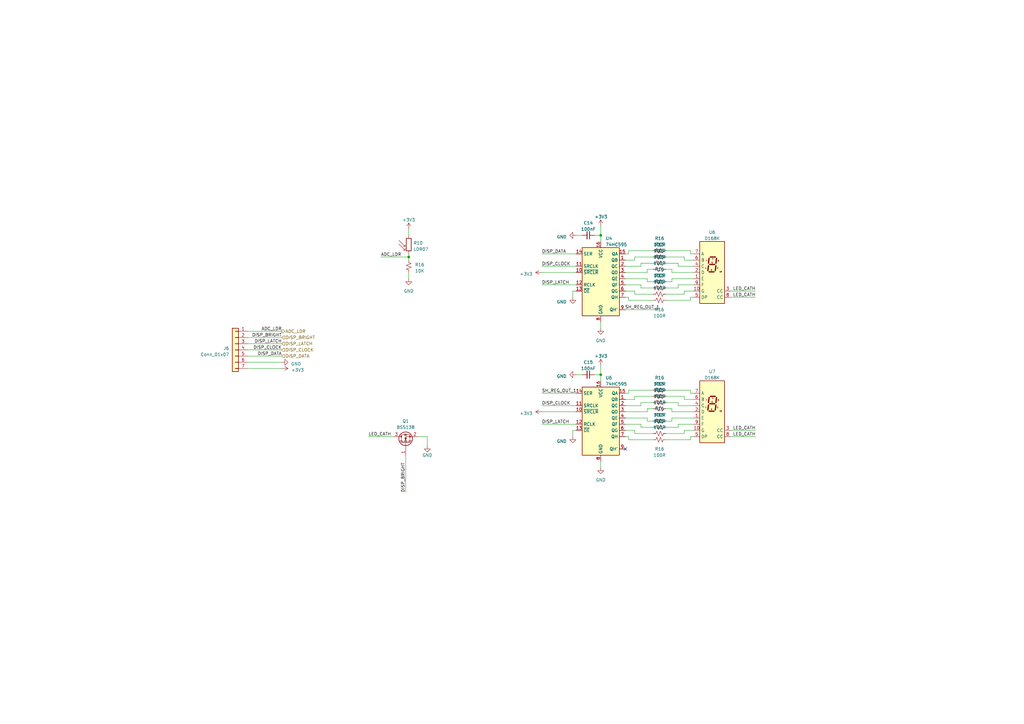
<source format=kicad_sch>
(kicad_sch (version 20230121) (generator eeschema)
  (paper "A3")
  (title_block (title "ESP32 Leanometer") (date "2023-04-10") (rev "R1.0") (company "github.com/theloukou/Leanometer") (comment 1 "Lefteris Kantakos"))
  (lib_symbols
    (symbol "74xx:74HC595"
      (property "Reference" "U" (at -7.62 13.97 0))
      (property "Value" "74HC595" (at -7.62 -16.51 0))
      (symbol "74HC595_1_0"
        (pin tri_state line (at 10.16 7.62 180) (length 2.54) (name "QB") (number "1"))
        (pin input line (at -10.16 2.54 0) (length 2.54) (name "~{SRCLR}") (number "10"))
        (pin input line (at -10.16 5.08 0) (length 2.54) (name "SRCLK") (number "11"))
        (pin input line (at -10.16 -2.54 0) (length 2.54) (name "RCLK") (number "12"))
        (pin input line (at -10.16 -5.08 0) (length 2.54) (name "~{OE}") (number "13"))
        (pin input line (at -10.16 10.16 0) (length 2.54) (name "SER") (number "14"))
        (pin tri_state line (at 10.16 10.16 180) (length 2.54) (name "QA") (number "15"))
        (pin power_in line (at 0 15.24 270) (length 2.54) (name "VCC") (number "16"))
        (pin tri_state line (at 10.16 5.08 180) (length 2.54) (name "QC") (number "2"))
        (pin tri_state line (at 10.16 2.54 180) (length 2.54) (name "QD") (number "3"))
        (pin tri_state line (at 10.16 0 180) (length 2.54) (name "QE") (number "4"))
        (pin tri_state line (at 10.16 -2.54 180) (length 2.54) (name "QF") (number "5"))
        (pin tri_state line (at 10.16 -5.08 180) (length 2.54) (name "QG") (number "6"))
        (pin tri_state line (at 10.16 -7.62 180) (length 2.54) (name "QH") (number "7"))
        (pin power_in line (at 0 -17.78 90) (length 2.54) (name "GND") (number "8"))
        (pin output line (at 10.16 -12.7 180) (length 2.54) (name "QH'") (number "9"))
      )
      (symbol "74HC595_1_1"
        (rectangle (start -7.62 12.7) (end 7.62 -15.24) (stroke (width 0.254)) (fill (type background)))
      )
    )
    (symbol "Connector_Generic:Conn_01x07" (pin_names (offset 1.016) hide)
      (property "Reference" "J" (at 0 10.16 0))
      (property "Value" "Conn_01x07" (at 0 -10.16 0))
      (symbol "Conn_01x07_1_1"
        (rectangle (start -1.27 -7.493) (end 0 -7.747) (stroke (width 0.1524)))
        (rectangle (start -1.27 -4.953) (end 0 -5.207) (stroke (width 0.1524)))
        (rectangle (start -1.27 -2.413) (end 0 -2.667) (stroke (width 0.1524)))
        (rectangle (start -1.27 0.127) (end 0 -0.127) (stroke (width 0.1524)))
        (rectangle (start -1.27 2.667) (end 0 2.413) (stroke (width 0.1524)))
        (rectangle (start -1.27 5.207) (end 0 4.953) (stroke (width 0.1524)))
        (rectangle (start -1.27 7.747) (end 0 7.493) (stroke (width 0.1524)))
        (rectangle (start -1.27 8.89) (end 1.27 -8.89) (stroke (width 0.254)) (fill (type background)))
        (pin passive line (at -5.08 7.62 0) (length 3.81) (name "Pin_1") (number "1"))
        (pin passive line (at -5.08 5.08 0) (length 3.81) (name "Pin_2") (number "2"))
        (pin passive line (at -5.08 2.54 0) (length 3.81) (name "Pin_3") (number "3"))
        (pin passive line (at -5.08 0 0) (length 3.81) (name "Pin_4") (number "4"))
        (pin passive line (at -5.08 -2.54 0) (length 3.81) (name "Pin_5") (number "5"))
        (pin passive line (at -5.08 -5.08 0) (length 3.81) (name "Pin_6") (number "6"))
        (pin passive line (at -5.08 -7.62 0) (length 3.81) (name "Pin_7") (number "7"))
      )
    )
    (symbol "Device:C_Small" (pin_numbers hide) (pin_names (offset 0.254) hide)
      (property "Reference" "C" (at 0.254 1.778 0))
      (property "Value" "C_Small" (at 0.254 -2.032 0))
      (symbol "C_Small_0_1"
        (polyline (pts (xy -1.524 -0.508) (xy 1.524 -0.508)) (stroke (width 0.3302)))
        (polyline (pts (xy -1.524 0.508) (xy 1.524 0.508)) (stroke (width 0.3048)))
      )
      (symbol "C_Small_1_1"
        (pin passive line (at 0 2.54 270) (length 2.032) (name "~") (number "1"))
        (pin passive line (at 0 -2.54 90) (length 2.032) (name "~") (number "2"))
      )
    )
    (symbol "Device:R_Small_US" (pin_numbers hide) (pin_names (offset 0.254) hide)
      (property "Reference" "R" (at 0.762 0.508 0))
      (property "Value" "R_Small_US" (at 0.762 -1.016 0))
      (symbol "R_Small_US_1_1"
        (polyline (pts (xy 0 0) (xy 1.016 -0.381) (xy 0 -0.762) (xy -1.016 -1.143) (xy 0 -1.524)))
        (polyline (pts (xy 0 1.524) (xy 1.016 1.143) (xy 0 0.762) (xy -1.016 0.381) (xy 0 0)))
        (pin passive line (at 0 2.54 270) (length 1.016) (name "~") (number "1"))
        (pin passive line (at 0 -2.54 90) (length 1.016) (name "~") (number "2"))
      )
    )
    (symbol "Display_Character:D168K"
      (property "Reference" "U" (at -2.54 13.97 0))
      (property "Value" "D168K" (at 1.27 13.97 0))
      (symbol "D168K_0_0"
        (text "A" (at 0.254 5.588 0) (effects (font (size 0.508 0.508))))
        (text "B" (at 2.54 4.826 0) (effects (font (size 0.508 0.508))))
        (text "C" (at 2.286 1.778 0) (effects (font (size 0.508 0.508))))
        (text "D" (at -0.254 1.016 0) (effects (font (size 0.508 0.508))))
        (text "DP" (at 3.556 0.254 0) (effects (font (size 0.508 0.508))))
        (text "E" (at -2.54 1.778 0) (effects (font (size 0.508 0.508))))
        (text "F" (at -2.286 4.826 0) (effects (font (size 0.508 0.508))))
        (text "G" (at 0 4.064 0) (effects (font (size 0.508 0.508))))
      )
      (symbol "D168K_0_1"
        (rectangle (start -5.08 12.7) (end 5.08 -12.7) (stroke (width 0.254)) (fill (type background)))
        (polyline (pts (xy -1.524 2.794) (xy -1.778 0.762)) (stroke (width 0.508)))
        (polyline (pts (xy -1.27 0.254) (xy 0.762 0.254)) (stroke (width 0.508)))
        (polyline (pts (xy -1.27 5.842) (xy -1.524 3.81)) (stroke (width 0.508)))
        (polyline (pts (xy -1.016 3.302) (xy 1.016 3.302)) (stroke (width 0.508)))
        (polyline (pts (xy -0.762 6.35) (xy 1.27 6.35)) (stroke (width 0.508)))
        (polyline (pts (xy 1.524 2.794) (xy 1.27 0.762)) (stroke (width 0.508)))
        (polyline (pts (xy 1.778 5.842) (xy 1.524 3.81)) (stroke (width 0.508)))
        (polyline (pts (xy 2.54 0.254) (xy 2.54 0.254)) (stroke (width 0.508)))
      )
      (symbol "D168K_1_1"
        (pin input line (at -7.62 -2.54 0) (length 2.54) (name "E") (number "1"))
        (pin input line (at -7.62 -7.62 0) (length 2.54) (name "G") (number "10"))
        (pin input line (at -7.62 0 0) (length 2.54) (name "D") (number "2"))
        (pin input line (at 7.62 -7.62 180) (length 2.54) (name "CC") (number "3"))
        (pin input line (at -7.62 2.54 0) (length 2.54) (name "C") (number "4"))
        (pin input line (at -7.62 -10.16 0) (length 2.54) (name "DP") (number "5"))
        (pin input line (at -7.62 5.08 0) (length 2.54) (name "B") (number "6"))
        (pin input line (at -7.62 7.62 0) (length 2.54) (name "A") (number "7"))
        (pin input line (at 7.62 -10.16 180) (length 2.54) (name "CC") (number "8"))
        (pin input line (at -7.62 -5.08 0) (length 2.54) (name "F") (number "9"))
      )
    )
    (symbol "Sensor_Optical:LDR07" (pin_numbers hide) (pin_names (offset 0))
      (property "Reference" "R" (at -5.08 0 90))
      (property "Value" "LDR07" (at 1.905 0 90))
      (symbol "LDR07_0_1"
        (rectangle (start -1.016 2.54) (end 1.016 -2.54) (stroke (width 0.254)))
        (polyline (pts (xy -1.524 -2.286) (xy -4.064 0.254)))
        (polyline (pts (xy -1.524 -2.286) (xy -2.286 -2.286)))
        (polyline (pts (xy -1.524 -2.286) (xy -1.524 -1.524)))
        (polyline (pts (xy -1.524 -0.762) (xy -4.064 1.778)))
        (polyline (pts (xy -1.524 -0.762) (xy -2.286 -0.762)))
        (polyline (pts (xy -1.524 -0.762) (xy -1.524 0)))
      )
      (symbol "LDR07_1_1"
        (pin passive line (at 0 3.81 270) (length 1.27) (name "~") (number "1"))
        (pin passive line (at 0 -3.81 90) (length 1.27) (name "~") (number "2"))
      )
    )
    (symbol "Transistor_FET:BSS138" (pin_names hide)
      (property "Reference" "Q" (at 5.08 1.905 0))
      (property "Value" "BSS138" (at 5.08 0 0))
      (symbol "BSS138_0_1"
        (polyline (pts (xy 0.254 0) (xy -2.54 0)))
        (polyline (pts (xy 0.254 1.905) (xy 0.254 -1.905)) (stroke (width 0.254)))
        (polyline (pts (xy 0.762 -1.27) (xy 0.762 -2.286)) (stroke (width 0.254)))
        (polyline (pts (xy 0.762 0.508) (xy 0.762 -0.508)) (stroke (width 0.254)))
        (polyline (pts (xy 0.762 2.286) (xy 0.762 1.27)) (stroke (width 0.254)))
        (polyline (pts (xy 2.54 2.54) (xy 2.54 1.778)))
        (polyline (pts (xy 2.54 -2.54) (xy 2.54 0) (xy 0.762 0)))
        (polyline (pts (xy 0.762 -1.778) (xy 3.302 -1.778) (xy 3.302 1.778) (xy 0.762 1.778)))
        (polyline (pts (xy 1.016 0) (xy 2.032 0.381) (xy 2.032 -0.381) (xy 1.016 0)) (fill (type outline)))
        (polyline (pts (xy 2.794 0.508) (xy 2.921 0.381) (xy 3.683 0.381) (xy 3.81 0.254)))
        (polyline (pts (xy 3.302 0.381) (xy 2.921 -0.254) (xy 3.683 -0.254) (xy 3.302 0.381)))
        (circle (center 1.651 0) (radius 2.794) (stroke (width 0.254)))
        (circle (center 2.54 -1.778) (radius 0.254) (fill (type outline)))
        (circle (center 2.54 1.778) (radius 0.254) (fill (type outline)))
      )
      (symbol "BSS138_1_1"
        (pin input line (at -5.08 0 0) (length 2.54) (name "G") (number "1"))
        (pin passive line (at 2.54 -5.08 90) (length 2.54) (name "S") (number "2"))
        (pin passive line (at 2.54 5.08 270) (length 2.54) (name "D") (number "3"))
      )
    )
    (symbol "power:+3V3" (power) (pin_names (offset 0))
      (property "Value" "+3V3" (at 0 3.556 0))
      (symbol "+3V3_0_1"
        (polyline (pts (xy -0.762 1.27) (xy 0 2.54)))
        (polyline (pts (xy 0 0) (xy 0 2.54)))
        (polyline (pts (xy 0 2.54) (xy 0.762 1.27)))
      )
      (symbol "+3V3_1_1"
        (pin power_in line (at 0 0 90) (length 0) hide (name "+3V3") (number "1"))
      )
    )
    (symbol "power:GND" (power) (pin_names (offset 0))
      (property "Value" "GND" (at 0 -3.81 0))
      (symbol "GND_0_1"
        (polyline (pts (xy 0 0) (xy 0 -1.27) (xy 1.27 -1.27) (xy 0 -2.54) (xy -1.27 -1.27) (xy 0 -1.27)))
      )
      (symbol "GND_1_1"
        (pin power_in line (at 0 0 270) (length 0) hide (name "GND") (number "1"))
      )
    )
  )
  (junction (at 167.64 105.41))
  (junction (at 246.38 153.67))
  (junction (at 246.38 96.52))
  (no_connect (at 256.54 184.15))
  (wire (pts (xy 260.35 177.8) (xy 267.97 177.8)))
  (wire (pts (xy 275.59 111.76) (xy 284.48 111.76)))
  (wire (pts (xy 273.05 120.65) (xy 280.67 120.65)))
  (wire (pts (xy 156.21 105.41) (xy 167.64 105.41)))
  (wire (pts (xy 275.59 110.49) (xy 275.59 111.76)))
  (wire (pts (xy 267.97 105.41) (xy 260.35 105.41)))
  (wire (pts (xy 273.05 160.02) (xy 283.21 160.02)))
  (wire (pts (xy 299.72 179.07) (xy 309.88 179.07)))
  (wire (pts (xy 265.43 111.76) (xy 256.54 111.76)))
  (wire (pts (xy 273.05 115.57) (xy 275.59 115.57)))
  (wire (pts (xy 278.13 173.99) (xy 284.48 173.99)))
  (wire (pts (xy 299.72 121.92) (xy 309.88 121.92)))
  (wire (pts (xy 273.05 107.95) (xy 278.13 107.95)))
  (wire (pts (xy 262.89 166.37) (xy 262.89 165.1)))
  (wire (pts (xy 265.43 114.3) (xy 265.43 115.57)))
  (wire (pts (xy 273.05 167.64) (xy 275.59 167.64)))
  (wire (pts (xy 257.81 102.87) (xy 257.81 104.14)))
  (wire (pts (xy 283.21 104.14) (xy 284.48 104.14)))
  (wire (pts (xy 278.13 175.26) (xy 278.13 173.99)))
  (wire (pts (xy 222.25 116.84) (xy 236.22 116.84)))
  (wire (pts (xy 115.57 143.51) (xy 101.6 143.51)))
  (wire (pts (xy 278.13 107.95) (xy 278.13 109.22)))
  (wire (pts (xy 234.95 119.38) (xy 234.95 121.92)))
  (wire (pts (xy 222.25 173.99) (xy 236.22 173.99)))
  (wire (pts (xy 222.25 104.14) (xy 236.22 104.14)))
  (wire (pts (xy 167.64 111.76) (xy 167.64 114.3)))
  (wire (pts (xy 273.05 123.19) (xy 283.21 123.19)))
  (wire (pts (xy 246.38 153.67) (xy 246.38 156.21)))
  (wire (pts (xy 222.25 111.76) (xy 236.22 111.76)))
  (wire (pts (xy 115.57 140.97) (xy 101.6 140.97)))
  (wire (pts (xy 246.38 96.52) (xy 246.38 99.06)))
  (wire (pts (xy 278.13 118.11) (xy 278.13 116.84)))
  (wire (pts (xy 278.13 165.1) (xy 278.13 166.37)))
  (wire (pts (xy 236.22 153.67) (xy 238.76 153.67)))
  (wire (pts (xy 280.67 177.8) (xy 280.67 176.53)))
  (wire (pts (xy 267.97 180.34) (xy 257.81 180.34)))
  (wire (pts (xy 283.21 161.29) (xy 284.48 161.29)))
  (wire (pts (xy 115.57 135.89) (xy 101.6 135.89)))
  (wire (pts (xy 115.57 148.59) (xy 101.6 148.59)))
  (wire (pts (xy 257.81 160.02) (xy 257.81 161.29)))
  (wire (pts (xy 280.67 176.53) (xy 284.48 176.53)))
  (wire (pts (xy 273.05 162.56) (xy 280.67 162.56)))
  (wire (pts (xy 265.43 172.72) (xy 267.97 172.72)))
  (wire (pts (xy 115.57 146.05) (xy 101.6 146.05)))
  (wire (pts (xy 262.89 109.22) (xy 262.89 107.95)))
  (wire (pts (xy 256.54 127) (xy 270.51 127)))
  (wire (pts (xy 299.72 119.38) (xy 309.88 119.38)))
  (wire (pts (xy 167.64 93.98) (xy 167.64 96.52)))
  (wire (pts (xy 260.35 162.56) (xy 260.35 163.83)))
  (wire (pts (xy 267.97 118.11) (xy 262.89 118.11)))
  (wire (pts (xy 262.89 118.11) (xy 262.89 116.84)))
  (wire (pts (xy 262.89 107.95) (xy 267.97 107.95)))
  (wire (pts (xy 257.81 179.07) (xy 256.54 179.07)))
  (wire (pts (xy 278.13 109.22) (xy 284.48 109.22)))
  (wire (pts (xy 256.54 163.83) (xy 260.35 163.83)))
  (wire (pts (xy 262.89 173.99) (xy 256.54 173.99)))
  (wire (pts (xy 115.57 151.13) (xy 101.6 151.13)))
  (wire (pts (xy 260.35 105.41) (xy 260.35 106.68)))
  (wire (pts (xy 265.43 115.57) (xy 267.97 115.57)))
  (wire (pts (xy 257.81 123.19) (xy 257.81 121.92)))
  (wire (pts (xy 175.26 179.07) (xy 175.26 182.88)))
  (wire (pts (xy 275.59 115.57) (xy 275.59 114.3)))
  (wire (pts (xy 273.05 110.49) (xy 275.59 110.49)))
  (wire (pts (xy 262.89 165.1) (xy 267.97 165.1)))
  (wire (pts (xy 256.54 114.3) (xy 265.43 114.3)))
  (wire (pts (xy 246.38 132.08) (xy 246.38 134.62)))
  (wire (pts (xy 167.64 105.41) (xy 167.64 106.68)))
  (wire (pts (xy 161.29 179.07) (xy 151.13 179.07)))
  (wire (pts (xy 283.21 123.19) (xy 283.21 121.92)))
  (wire (pts (xy 283.21 160.02) (xy 283.21 161.29)))
  (wire (pts (xy 265.43 110.49) (xy 265.43 111.76)))
  (wire (pts (xy 256.54 106.68) (xy 260.35 106.68)))
  (wire (pts (xy 262.89 175.26) (xy 262.89 173.99)))
  (wire (pts (xy 256.54 171.45) (xy 265.43 171.45)))
  (wire (pts (xy 236.22 176.53) (xy 234.95 176.53)))
  (wire (pts (xy 275.59 114.3) (xy 284.48 114.3)))
  (wire (pts (xy 267.97 162.56) (xy 260.35 162.56)))
  (wire (pts (xy 275.59 167.64) (xy 275.59 168.91)))
  (wire (pts (xy 115.57 138.43) (xy 101.6 138.43)))
  (wire (pts (xy 280.67 162.56) (xy 280.67 163.83)))
  (wire (pts (xy 222.25 166.37) (xy 236.22 166.37)))
  (wire (pts (xy 280.67 105.41) (xy 280.67 106.68)))
  (wire (pts (xy 273.05 172.72) (xy 275.59 172.72)))
  (wire (pts (xy 265.43 171.45) (xy 265.43 172.72)))
  (wire (pts (xy 256.54 176.53) (xy 260.35 176.53)))
  (wire (pts (xy 236.22 119.38) (xy 234.95 119.38)))
  (wire (pts (xy 278.13 166.37) (xy 284.48 166.37)))
  (wire (pts (xy 171.45 179.07) (xy 175.26 179.07)))
  (wire (pts (xy 256.54 109.22) (xy 262.89 109.22)))
  (wire (pts (xy 299.72 176.53) (xy 309.88 176.53)))
  (wire (pts (xy 273.05 180.34) (xy 283.21 180.34)))
  (wire (pts (xy 275.59 172.72) (xy 275.59 171.45)))
  (wire (pts (xy 234.95 176.53) (xy 234.95 179.07)))
  (wire (pts (xy 246.38 189.23) (xy 246.38 191.77)))
  (wire (pts (xy 267.97 110.49) (xy 265.43 110.49)))
  (wire (pts (xy 283.21 179.07) (xy 284.48 179.07)))
  (wire (pts (xy 275.59 171.45) (xy 284.48 171.45)))
  (wire (pts (xy 167.64 104.14) (xy 167.64 105.41)))
  (wire (pts (xy 256.54 119.38) (xy 260.35 119.38)))
  (wire (pts (xy 283.21 180.34) (xy 283.21 179.07)))
  (wire (pts (xy 222.25 168.91) (xy 236.22 168.91)))
  (wire (pts (xy 256.54 161.29) (xy 257.81 161.29)))
  (wire (pts (xy 260.35 119.38) (xy 260.35 120.65)))
  (wire (pts (xy 246.38 149.86) (xy 246.38 153.67)))
  (wire (pts (xy 280.67 163.83) (xy 284.48 163.83)))
  (wire (pts (xy 257.81 180.34) (xy 257.81 179.07)))
  (wire (pts (xy 260.35 120.65) (xy 267.97 120.65)))
  (wire (pts (xy 166.37 186.69) (xy 166.37 201.93)))
  (wire (pts (xy 246.38 92.71) (xy 246.38 96.52)))
  (wire (pts (xy 267.97 102.87) (xy 257.81 102.87)))
  (wire (pts (xy 265.43 168.91) (xy 256.54 168.91)))
  (wire (pts (xy 273.05 105.41) (xy 280.67 105.41)))
  (wire (pts (xy 273.05 165.1) (xy 278.13 165.1)))
  (wire (pts (xy 265.43 167.64) (xy 265.43 168.91)))
  (wire (pts (xy 236.22 96.52) (xy 238.76 96.52)))
  (wire (pts (xy 243.84 96.52) (xy 246.38 96.52)))
  (wire (pts (xy 280.67 119.38) (xy 284.48 119.38)))
  (wire (pts (xy 283.21 102.87) (xy 283.21 104.14)))
  (wire (pts (xy 273.05 175.26) (xy 278.13 175.26)))
  (wire (pts (xy 222.25 109.22) (xy 236.22 109.22)))
  (wire (pts (xy 256.54 166.37) (xy 262.89 166.37)))
  (wire (pts (xy 280.67 120.65) (xy 280.67 119.38)))
  (wire (pts (xy 273.05 102.87) (xy 283.21 102.87)))
  (wire (pts (xy 257.81 121.92) (xy 256.54 121.92)))
  (wire (pts (xy 222.25 161.29) (xy 236.22 161.29)))
  (wire (pts (xy 280.67 106.68) (xy 284.48 106.68)))
  (wire (pts (xy 273.05 177.8) (xy 280.67 177.8)))
  (wire (pts (xy 273.05 118.11) (xy 278.13 118.11)))
  (wire (pts (xy 267.97 160.02) (xy 257.81 160.02)))
  (wire (pts (xy 256.54 104.14) (xy 257.81 104.14)))
  (wire (pts (xy 260.35 176.53) (xy 260.35 177.8)))
  (wire (pts (xy 267.97 175.26) (xy 262.89 175.26)))
  (wire (pts (xy 275.59 168.91) (xy 284.48 168.91)))
  (wire (pts (xy 283.21 121.92) (xy 284.48 121.92)))
  (wire (pts (xy 278.13 116.84) (xy 284.48 116.84)))
  (wire (pts (xy 267.97 167.64) (xy 265.43 167.64)))
  (wire (pts (xy 243.84 153.67) (xy 246.38 153.67)))
  (wire (pts (xy 262.89 116.84) (xy 256.54 116.84)))
  (wire (pts (xy 267.97 123.19) (xy 257.81 123.19)))
  (label "LED_CATH" (at 309.88 179.07 180))
  (label "ADC_LDR" (at 115.57 135.89 180))
  (label "LED_CATH" (at 151.13 179.07 0))
  (label "DISP_BRIGHT" (at 115.57 138.43 180))
  (label "LED_CATH" (at 309.88 176.53 180))
  (label "LED_CATH" (at 309.88 121.92 180))
  (label "DISP_BRIGHT" (at 166.37 201.93 90))
  (label "SH_REG_OUT_1" (at 222.25 161.29 0))
  (label "LED_CATH" (at 309.88 119.38 180))
  (label "DISP_CLOCK" (at 115.57 143.51 180))
  (label "DISP_LATCH" (at 222.25 173.99 0))
  (label "DISP_CLOCK" (at 222.25 166.37 0))
  (label "DISP_DATA" (at 222.25 104.14 0))
  (label "SH_REG_OUT_1" (at 270.51 127 180))
  (label "DISP_CLOCK" (at 222.25 109.22 0))
  (label "DISP_DATA" (at 115.57 146.05 180))
  (label "ADC_LDR" (at 156.21 105.41 0))
  (label "DISP_LATCH" (at 222.25 116.84 0))
  (label "DISP_LATCH" (at 115.57 140.97 180))
  (hierarchical_label "DISP_CLOCK" (shape input) (at 115.57 143.51 0))
  (hierarchical_label "DISP_DATA" (shape input) (at 115.57 146.05 0))
  (hierarchical_label "DISP_BRIGHT" (shape input) (at 115.57 138.43 0))
  (hierarchical_label "ADC_LDR" (shape output) (at 115.57 135.89 0))
  (hierarchical_label "DISP_LATCH" (shape input) (at 115.57 140.97 0))
  (symbol (lib_id "power:GND") (at 234.95 121.92 0) (unit 1)
    (property "Reference" "#PWR050" (effects hide))
    (property "Value" "GND" (at 232.41 123.825 0) (effects (justify right)))
    (instances (project "leanometer_esp32" (path "" (reference "#PWR050") (unit 1)) (path "" (reference "#PWR056") (unit 1))))
  )
  (symbol (lib_id "Device:R_Small_US") (at 270.51 102.87 90) (unit 1)
    (property "Reference" "R16" (at 270.51 97.79 90))
    (property "Value" "100R" (at 270.51 100.33 90))
    (property "Footprint" "Resistor_SMD:R_0805_2012Metric" (effects hide))
    (instances (project "leanometer_esp32" (path "" (reference "R16") (unit 1)) (path "" (reference "R17") (unit 1))))
  )
  (symbol (lib_id "74xx:74HC595") (at 246.38 114.3 0) (unit 1)
    (property "Reference" "U4" (at 248.3359 97.79 0) (effects (justify left)))
    (property "Value" "74HC595" (at 248.3359 100.33 0) (effects (justify left)))
    (property "Footprint" "Package_SO:SOIC-16_3.9x9.9mm_P1.27mm" (effects hide))
    (property "Datasheet" "http://www.ti.com/lit/ds/symlink/sn74hc595.pdf" (effects hide))
  )
  (symbol (lib_id "power:GND") (at 246.38 191.77 0) (unit 1)
    (property "Reference" "#PWR057" (effects hide))
    (property "Value" "GND" (at 246.38 196.85 0))
    (instances (project "leanometer_esp32" (path "" (reference "#PWR057") (unit 1)) (path "" (reference "#PWR063") (unit 1))))
  )
  (symbol (lib_id "Device:R_Small_US") (at 270.51 162.56 90) (unit 1)
    (property "Reference" "R16" (at 270.51 157.48 90))
    (property "Value" "100R" (at 270.51 160.02 90))
    (property "Footprint" "Resistor_SMD:R_0805_2012Metric" (effects hide))
    (instances (project "leanometer_esp32" (path "" (reference "R16") (unit 1)) (path "" (reference "R26") (unit 1))))
  )
  (symbol (lib_id "power:+3V3") (at 222.25 111.76 90) (unit 1)
    (property "Reference" "#PWR051" (effects hide))
    (property "Value" "+3V3" (at 218.44 112.395 90) (effects (justify left)))
    (instances (project "leanometer_esp32" (path "" (reference "#PWR051") (unit 1)) (path "" (reference "#PWR054") (unit 1))))
  )
  (symbol (lib_id "Device:R_Small_US") (at 270.51 167.64 90) (unit 1)
    (property "Reference" "R16" (at 270.51 162.56 90))
    (property "Value" "100R" (at 270.51 165.1 90))
    (property "Footprint" "Resistor_SMD:R_0805_2012Metric" (effects hide))
    (instances (project "leanometer_esp32" (path "" (reference "R16") (unit 1)) (path "" (reference "R28") (unit 1))))
  )
  (symbol (lib_id "power:GND") (at 175.26 182.88 0) (unit 1)
    (property "Reference" "#PWR052" (effects hide))
    (property "Value" "GND" (at 175.26 186.69 0))
    (instances (project "leanometer_esp32" (path "" (reference "#PWR052") (unit 1)) (path "" (reference "#PWR053") (unit 1))))
  )
  (symbol (lib_id "Device:R_Small_US") (at 270.51 165.1 90) (unit 1)
    (property "Reference" "R16" (at 270.51 160.02 90))
    (property "Value" "100R" (at 270.51 162.56 90))
    (property "Footprint" "Resistor_SMD:R_0805_2012Metric" (effects hide))
    (instances (project "leanometer_esp32" (path "" (reference "R16") (unit 1)) (path "" (reference "R27") (unit 1))))
  )
  (symbol (lib_id "Device:R_Small_US") (at 270.51 160.02 90) (unit 1)
    (property "Reference" "R16" (at 270.51 154.94 90))
    (property "Value" "100R" (at 270.51 157.48 90))
    (property "Footprint" "Resistor_SMD:R_0805_2012Metric" (effects hide))
    (instances (project "leanometer_esp32" (path "" (reference "R16") (unit 1)) (path "" (reference "R25") (unit 1))))
  )
  (symbol (lib_id "power:+3V3") (at 246.38 92.71 0) (unit 1)
    (property "Reference" "#PWR048" (effects hide))
    (property "Value" "+3V3" (at 243.84 88.9 0) (effects (justify left)))
    (instances (project "leanometer_esp32" (path "" (reference "#PWR048") (unit 1)) (path "" (reference "#PWR060") (unit 1))))
  )
  (symbol (lib_id "power:GND") (at 115.57 148.59 90) (mirror x) (unit 1)
    (property "Reference" "#PWR062" (effects hide))
    (property "Value" "GND" (at 119.38 149.225 90) (effects (justify right)))
    (instances (project "leanometer_esp32" (path "" (reference "#PWR062") (unit 1)) (path "" (reference "#PWR049") (unit 1))))
  )
  (symbol (lib_id "power:+3V3") (at 115.57 151.13 270) (mirror x) (unit 1)
    (property "Reference" "#PWR063" (effects hide))
    (property "Value" "+3V3" (at 119.38 151.765 90) (effects (justify left)))
    (instances (project "leanometer_esp32" (path "" (reference "#PWR063") (unit 1)) (path "" (reference "#PWR050") (unit 1))))
  )
  (symbol (lib_id "Device:R_Small_US") (at 270.51 118.11 90) (unit 1)
    (property "Reference" "R16" (at 270.51 113.03 90))
    (property "Value" "100R" (at 270.51 115.57 90))
    (property "Footprint" "Resistor_SMD:R_0805_2012Metric" (effects hide))
    (instances (project "leanometer_esp32" (path "" (reference "R16") (unit 1)) (path "" (reference "R22") (unit 1))))
  )
  (symbol (lib_id "power:GND") (at 236.22 153.67 270) (unit 1)
    (property "Reference" "#PWR055" (effects hide))
    (property "Value" "GND" (at 232.41 154.305 90) (effects (justify right)))
    (instances (project "leanometer_esp32" (path "" (reference "#PWR055") (unit 1)) (path "" (reference "#PWR059") (unit 1))))
  )
  (symbol (lib_id "Device:R_Small_US") (at 167.64 109.22 0) (unit 1)
    (property "Reference" "R16" (at 170.18 108.585 0) (effects (justify left)))
    (property "Value" "10K" (at 170.18 111.125 0) (effects (justify left)))
    (property "Footprint" "Resistor_SMD:R_0603_1608Metric" (effects hide))
  )
  (symbol (lib_id "Device:R_Small_US") (at 270.51 120.65 90) (unit 1)
    (property "Reference" "R16" (at 270.51 115.57 90))
    (property "Value" "100R" (at 270.51 118.11 90))
    (property "Footprint" "Resistor_SMD:R_0805_2012Metric" (effects hide))
    (instances (project "leanometer_esp32" (path "" (reference "R16") (unit 1)) (path "" (reference "R23") (unit 1))))
  )
  (symbol (lib_id "74xx:74HC595") (at 246.38 171.45 0) (unit 1)
    (property "Reference" "U6" (at 248.3359 154.94 0) (effects (justify left)))
    (property "Value" "74HC595" (at 248.3359 157.48 0) (effects (justify left)))
    (property "Footprint" "Package_SO:SOIC-16_3.9x9.9mm_P1.27mm" (effects hide))
    (property "Datasheet" "http://www.ti.com/lit/ds/symlink/sn74hc595.pdf" (effects hide))
    (instances (project "leanometer_esp32" (path "" (reference "U6") (unit 1)) (path "" (reference "U5") (unit 1))))
  )
  (symbol (lib_id "Display_Character:D168K") (at 292.1 168.91 0) (unit 1)
    (property "Reference" "U7" (at 292.1 152.4 0))
    (property "Value" "D168K" (at 292.1 154.94 0))
    (property "Footprint" "Display_7Segment:D1X8K" (effects hide))
    (property "Datasheet" "https://ia800903.us.archive.org/24/items/CTKD1x8K/Cromatek%20D168K.pdf" (effects hide))
  )
  (symbol (lib_id "Device:R_Small_US") (at 270.51 177.8 90) (unit 1)
    (property "Reference" "R16" (at 270.51 172.72 90))
    (property "Value" "100R" (at 270.51 175.26 90))
    (property "Footprint" "Resistor_SMD:R_0805_2012Metric" (effects hide))
    (instances (project "leanometer_esp32" (path "" (reference "R16") (unit 1)) (path "" (reference "R31") (unit 1))))
  )
  (symbol (lib_id "Device:R_Small_US") (at 270.51 123.19 90) (unit 1)
    (property "Reference" "R16" (at 270.51 127 90))
    (property "Value" "100R" (at 270.51 129.54 90))
    (property "Footprint" "Resistor_SMD:R_0805_2012Metric" (effects hide))
    (instances (project "leanometer_esp32" (path "" (reference "R16") (unit 1)) (path "" (reference "R24") (unit 1))))
  )
  (symbol (lib_id "power:GND") (at 236.22 96.52 270) (unit 1)
    (property "Reference" "#PWR049" (effects hide))
    (property "Value" "GND" (at 232.41 97.155 90) (effects (justify right)))
    (instances (project "leanometer_esp32" (path "" (reference "#PWR049") (unit 1)) (path "" (reference "#PWR058") (unit 1))))
  )
  (symbol (lib_id "Device:R_Small_US") (at 270.51 115.57 90) (unit 1)
    (property "Reference" "R16" (at 270.51 110.49 90))
    (property "Value" "100R" (at 270.51 113.03 90))
    (property "Footprint" "Resistor_SMD:R_0805_2012Metric" (effects hide))
    (instances (project "leanometer_esp32" (path "" (reference "R16") (unit 1)) (path "" (reference "R21") (unit 1))))
  )
  (symbol (lib_id "Device:R_Small_US") (at 270.51 180.34 90) (unit 1)
    (property "Reference" "R16" (at 270.51 184.15 90))
    (property "Value" "100R" (at 270.51 186.69 90))
    (property "Footprint" "Resistor_SMD:R_0805_2012Metric" (effects hide))
    (instances (project "leanometer_esp32" (path "" (reference "R16") (unit 1)) (path "" (reference "R32") (unit 1))))
  )
  (symbol (lib_id "Device:R_Small_US") (at 270.51 110.49 90) (unit 1)
    (property "Reference" "R16" (at 270.51 105.41 90))
    (property "Value" "100R" (at 270.51 107.95 90))
    (property "Footprint" "Resistor_SMD:R_0805_2012Metric" (effects hide))
    (instances (project "leanometer_esp32" (path "" (reference "R16") (unit 1)) (path "" (reference "R20") (unit 1))))
  )
  (symbol (lib_id "power:GND") (at 234.95 179.07 0) (unit 1)
    (property "Reference" "#PWR054" (effects hide))
    (property "Value" "GND" (at 232.41 180.975 0) (effects (justify right)))
    (instances (project "leanometer_esp32" (path "" (reference "#PWR054") (unit 1)) (path "" (reference "#PWR057") (unit 1))))
  )
  (symbol (lib_id "Device:R_Small_US") (at 270.51 107.95 90) (unit 1)
    (property "Reference" "R16" (at 270.51 102.87 90))
    (property "Value" "100R" (at 270.51 105.41 90))
    (property "Footprint" "Resistor_SMD:R_0805_2012Metric" (effects hide))
    (instances (project "leanometer_esp32" (path "" (reference "R16") (unit 1)) (path "" (reference "R19") (unit 1))))
  )
  (symbol (lib_id "Device:C_Small") (at 241.3 96.52 270) (unit 1)
    (property "Reference" "C14" (at 241.2936 91.44 90))
    (property "Value" "100nF" (at 241.2936 93.98 90))
    (property "Footprint" "Capacitor_SMD:C_0603_1608Metric" (effects hide))
  )
  (symbol (lib_id "power:+3V3") (at 222.25 168.91 90) (unit 1)
    (property "Reference" "#PWR053" (effects hide))
    (property "Value" "+3V3" (at 218.44 169.545 90) (effects (justify left)))
    (instances (project "leanometer_esp32" (path "" (reference "#PWR053") (unit 1)) (path "" (reference "#PWR055") (unit 1))))
  )
  (symbol (lib_id "power:+3V3") (at 246.38 149.86 0) (unit 1)
    (property "Reference" "#PWR056" (effects hide))
    (property "Value" "+3V3" (at 243.84 146.05 0) (effects (justify left)))
    (instances (project "leanometer_esp32" (path "" (reference "#PWR056") (unit 1)) (path "" (reference "#PWR062") (unit 1))))
  )
  (symbol (lib_id "Display_Character:D168K") (at 292.1 111.76 0) (unit 1)
    (property "Reference" "U6" (at 292.1 95.25 0))
    (property "Value" "D168K" (at 292.1 97.79 0))
    (property "Footprint" "Display_7Segment:D1X8K" (effects hide))
    (property "Datasheet" "https://ia800903.us.archive.org/24/items/CTKD1x8K/Cromatek%20D168K.pdf" (effects hide))
  )
  (symbol (lib_id "Device:R_Small_US") (at 270.51 105.41 90) (unit 1)
    (property "Reference" "R16" (at 270.51 100.33 90))
    (property "Value" "100R" (at 270.51 102.87 90))
    (property "Footprint" "Resistor_SMD:R_0805_2012Metric" (effects hide))
    (instances (project "leanometer_esp32" (path "" (reference "R16") (unit 1)) (path "" (reference "R18") (unit 1))))
  )
  (symbol (lib_id "power:+3V3") (at 167.64 93.98 0) (unit 1)
    (property "Reference" "#PWR058" (effects hide))
    (property "Value" "+3V3" (at 167.64 90.17 0))
    (instances (project "leanometer_esp32" (path "" (reference "#PWR058") (unit 1)) (path "" (reference "#PWR051") (unit 1))))
  )
  (symbol (lib_id "Device:R_Small_US") (at 270.51 172.72 90) (unit 1)
    (property "Reference" "R16" (at 270.51 167.64 90))
    (property "Value" "100R" (at 270.51 170.18 90))
    (property "Footprint" "Resistor_SMD:R_0805_2012Metric" (effects hide))
    (instances (project "leanometer_esp32" (path "" (reference "R16") (unit 1)) (path "" (reference "R29") (unit 1))))
  )
  (symbol (lib_id "power:GND") (at 167.64 114.3 0) (unit 1)
    (property "Reference" "#PWR059" (effects hide))
    (property "Value" "GND" (at 167.64 119.38 0))
    (instances (project "leanometer_esp32" (path "" (reference "#PWR059") (unit 1)) (path "" (reference "#PWR052") (unit 1))))
  )
  (symbol (lib_id "Sensor_Optical:LDR07") (at 167.64 100.33 0) (unit 1)
    (property "Reference" "R10" (at 169.545 99.695 0) (effects (justify left)))
    (property "Value" "LDR07" (at 169.545 102.235 0) (effects (justify left)))
    (property "Footprint" "OptoDevice:R_LDR_5.1x4.3mm_P3.4mm_Vertical" (effects hide))
    (property "Datasheet" "http://www.tme.eu/de/Document/f2e3ad76a925811312d226c31da4cd7e/LDR07.pdf" (effects hide))
    (instances (project "leanometer_esp32" (path "" (reference "R10") (unit 1)) (path "" (reference "R15") (unit 1))))
  )
  (symbol (lib_id "power:GND") (at 246.38 134.62 0) (unit 1)
    (property "Reference" "#PWR047" (effects hide))
    (property "Value" "GND" (at 246.38 139.7 0))
    (instances (project "leanometer_esp32" (path "" (reference "#PWR047") (unit 1)) (path "" (reference "#PWR061") (unit 1))))
  )
  (symbol (lib_id "Transistor_FET:BSS138") (at 166.37 181.61 90) (unit 1)
    (property "Reference" "Q1" (at 166.37 172.72 90))
    (property "Value" "BSS138" (at 166.37 175.26 90))
    (property "Footprint" "Package_TO_SOT_SMD:SOT-23" (effects hide))
    (property "Datasheet" "https://www.onsemi.com/pub/Collateral/BSS138-D.PDF" (effects hide))
  )
  (symbol (lib_id "Connector_Generic:Conn_01x07") (at 96.52 143.51 0) (mirror y) (unit 1)
    (property "Reference" "J6" (at 93.98 142.875 0) (effects (justify left)))
    (property "Value" "Conn_01x07" (at 93.98 145.415 0) (effects (justify left)))
    (property "Footprint" "Connector_PinHeader_2.54mm:PinHeader_1x07_P2.54mm_Vertical" (effects hide))
  )
  (symbol (lib_id "Device:C_Small") (at 241.3 153.67 270) (unit 1)
    (property "Reference" "C15" (at 241.2936 148.59 90))
    (property "Value" "100nF" (at 241.2936 151.13 90))
    (property "Footprint" "Capacitor_SMD:C_0603_1608Metric" (effects hide))
  )
  (symbol (lib_id "Device:R_Small_US") (at 270.51 175.26 90) (unit 1)
    (property "Reference" "R16" (at 270.51 170.18 90))
    (property "Value" "100R" (at 270.51 172.72 90))
    (property "Footprint" "Resistor_SMD:R_0805_2012Metric" (effects hide))
    (instances (project "leanometer_esp32" (path "" (reference "R16") (unit 1)) (path "" (reference "R30") (unit 1))))
  )
)
</source>
